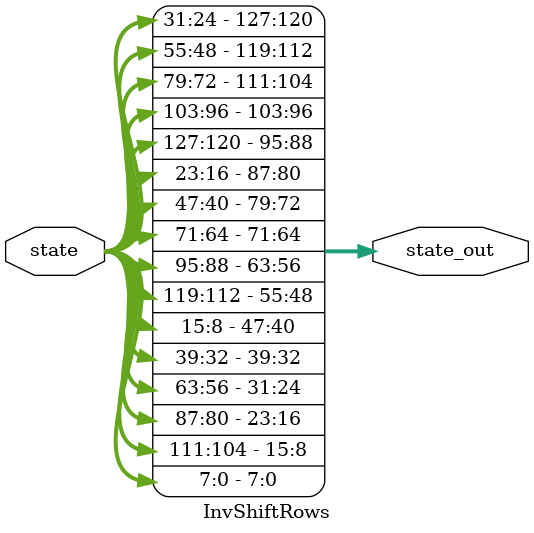
<source format=sv>
module InvShiftRows( input [127:0] state,
						  output logic [127:0] state_out);
/*
void ShiftRows(uint8_t * state){
		uint8_t temp = state[1];
		state[1] = state[5];
		state[5] = state[9];
		state[9] = state[13];
		state[13] = temp;

		temp = state[2];
		state[2]= state[10];
		state[10] = temp;

		temp = state[6];
		state[6] = state[14];
		state[14] = temp;

		temp = state[3];
		state[3] = state[15];
		state[15] = state[11];
		state[11] = state[7];
		state[7] = temp;

}
*/

/*
 [7:0] , [39:32] , [71:64] , [103:96]
 [15:8] , [47:40] , [79:72] , [111:104]
 [23:16] , [55:48] , [87:80] , [119: 112]
 [31:24] , [63:56] , [95:88] , [127: 120]
*/
always_comb begin
state_out[7:0] = state[7:0];
state_out[15:8] = state[111:104]; // sr 1
state_out[23:16] = state[87:80];  // sr 2
state_out[31:24] = state[63:56]; // sr3
state_out[39:32] = state[39:32]; // hold
state_out[47:40] = state[15:8]; // sr1
state_out[55:48] = state[119:112]; // sr2
state_out[63:56] = state[95:88]; // sr3
state_out[71:64] = state[71:64]; // hold
state_out[79:72] = state[47:40]; // sr1
state_out[87:80] = state[23:16]; // sr2
state_out[95:88] = state[127:120]; // sr3
state_out[103:96] = state[103:96]; // hold
state_out[111:104] = state[79:72]; // sr1
state_out[119:112] = state[55:48]; // sr2
state_out[127:120] = state[31:24]; // sr3
end
endmodule

</source>
